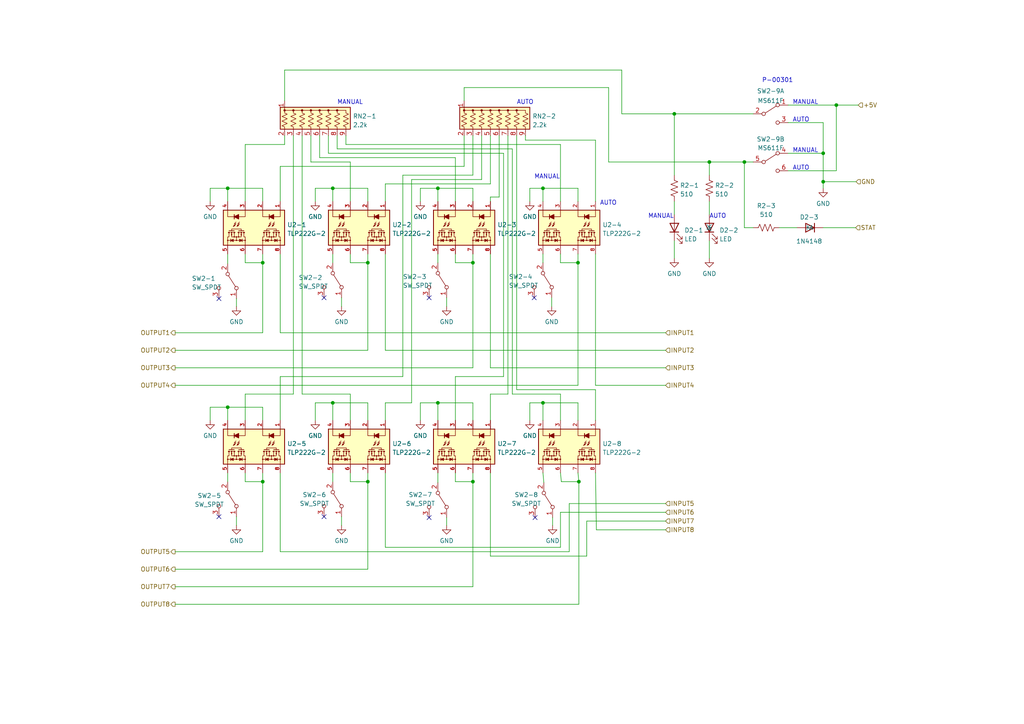
<source format=kicad_sch>
(kicad_sch (version 20230121) (generator eeschema)
  (paper "A4")
  (title_block (title "Relay Control AUTO/MANUAL") (date "2022-07-08") (rev "1.00"))
  (lib_symbols
    (symbol "Akizuki:TLP222G-2"
      (property "Reference" "U" (at 0 0 0))
      (property "Value" "TLP222G-2" (at 0 -2.54 0))
      (symbol "TLP222G-2_0_1"
        (rectangle (start -5.08 -5.08) (end 5.08 -22.86) (stroke (width 0.254)) (fill (type background)))
        (polyline (pts (xy -3.81 -19.685) (xy -2.54 -19.685)) (stroke (width 0.254)))
        (polyline (pts (xy -3.81 -9.525) (xy -2.54 -9.525)) (stroke (width 0.254)))
        (polyline (pts (xy 0.889 -19.685) (xy 0.889 -21.209)) (stroke (width 0.2032)))
        (polyline (pts (xy 0.889 -16.891) (xy 0.889 -18.415)) (stroke (width 0.2032)))
        (polyline (pts (xy 0.889 -9.525) (xy 0.889 -11.049)) (stroke (width 0.2032)))
        (polyline (pts (xy 0.889 -6.731) (xy 0.889 -8.255)) (stroke (width 0.2032)))
        (polyline (pts (xy 1.397 -19.558) (xy 1.397 -19.812)) (stroke (width 0.3556)))
        (polyline (pts (xy 1.397 -9.398) (xy 1.397 -9.652)) (stroke (width 0.3556)))
        (polyline (pts (xy 2.667 -19.05) (xy 3.683 -19.05)))
        (polyline (pts (xy 2.667 -8.89) (xy 3.683 -8.89)))
        (polyline (pts (xy 3.302 -20.701) (xy 4.064 -20.701)) (stroke (width 0.2032)))
        (polyline (pts (xy 3.302 -17.399) (xy 4.064 -17.399)) (stroke (width 0.2032)))
        (polyline (pts (xy 3.302 -10.541) (xy 4.064 -10.541)) (stroke (width 0.2032)))
        (polyline (pts (xy 3.302 -7.239) (xy 4.064 -7.239)) (stroke (width 0.2032)))
        (polyline (pts (xy 3.683 -19.05) (xy 3.683 -21.59)))
        (polyline (pts (xy 3.683 -19.05) (xy 3.683 -16.51)))
        (polyline (pts (xy 3.683 -8.89) (xy 3.683 -11.43)))
        (polyline (pts (xy 3.683 -8.89) (xy 3.683 -6.35)))
        (polyline (pts (xy -5.08 -16.51) (xy -3.175 -16.51) (xy -3.175 -18.415)))
        (polyline (pts (xy -5.08 -6.35) (xy -3.175 -6.35) (xy -3.175 -8.255)))
        (polyline (pts (xy -3.175 -19.685) (xy -3.175 -21.59) (xy -5.08 -21.59)))
        (polyline (pts (xy -3.175 -9.525) (xy -3.175 -11.43) (xy -5.08 -11.43)))
        (polyline (pts (xy 1.397 -21.082) (xy 1.397 -21.336) (xy 1.397 -21.336)) (stroke (width 0.3556)))
        (polyline (pts (xy 1.397 -20.32) (xy 1.397 -20.574) (xy 1.397 -20.574)) (stroke (width 0.3556)))
        (polyline (pts (xy 1.397 -18.288) (xy 1.397 -18.542) (xy 1.397 -18.542)) (stroke (width 0.3556)))
        (polyline (pts (xy 1.397 -17.526) (xy 1.397 -17.78) (xy 1.397 -17.78)) (stroke (width 0.3556)))
        (polyline (pts (xy 1.397 -16.764) (xy 1.397 -17.018) (xy 1.397 -17.018)) (stroke (width 0.3556)))
        (polyline (pts (xy 1.397 -10.922) (xy 1.397 -11.176) (xy 1.397 -11.176)) (stroke (width 0.3556)))
        (polyline (pts (xy 1.397 -10.16) (xy 1.397 -10.414) (xy 1.397 -10.414)) (stroke (width 0.3556)))
        (polyline (pts (xy 1.397 -8.128) (xy 1.397 -8.382) (xy 1.397 -8.382)) (stroke (width 0.3556)))
        (polyline (pts (xy 1.397 -7.366) (xy 1.397 -7.62) (xy 1.397 -7.62)) (stroke (width 0.3556)))
        (polyline (pts (xy 1.397 -6.604) (xy 1.397 -6.858) (xy 1.397 -6.858)) (stroke (width 0.3556)))
        (polyline (pts (xy 1.524 -20.447) (xy 2.667 -20.447) (xy 2.667 -19.685)))
        (polyline (pts (xy 1.524 -17.653) (xy 2.667 -17.653) (xy 2.667 -18.415)))
        (polyline (pts (xy 1.524 -10.287) (xy 2.667 -10.287) (xy 2.667 -9.525)))
        (polyline (pts (xy 1.524 -7.493) (xy 2.667 -7.493) (xy 2.667 -8.255)))
        (polyline (pts (xy -3.175 -19.685) (xy -3.81 -18.415) (xy -2.54 -18.415) (xy -3.175 -19.685)) (stroke (width 0.254)) (fill (type outline)))
        (polyline (pts (xy -3.175 -9.525) (xy -3.81 -8.255) (xy -2.54 -8.255) (xy -3.175 -9.525)) (stroke (width 0.254)) (fill (type outline)))
        (polyline (pts (xy -1.651 -19.177) (xy -1.1176 -19.685) (xy -1.1176 -19.177) (xy -0.3556 -19.939)))
        (polyline (pts (xy -1.651 -9.017) (xy -1.1176 -9.525) (xy -1.1176 -9.017) (xy -0.3556 -9.779)))
        (polyline (pts (xy -0.3556 -19.939) (xy -0.8636 -19.685) (xy -0.6096 -19.431) (xy -0.3556 -19.939)))
        (polyline (pts (xy -0.3556 -9.779) (xy -0.8636 -9.525) (xy -0.6096 -9.271) (xy -0.3556 -9.779)))
        (polyline (pts (xy 0.889 -20.447) (xy 0.381 -20.447) (xy 0.381 -17.653) (xy 0.889 -17.653)))
        (polyline (pts (xy 0.889 -10.287) (xy 0.381 -10.287) (xy 0.381 -7.493) (xy 0.889 -7.493)))
        (polyline (pts (xy 1.524 -21.209) (xy 2.667 -21.209) (xy 2.667 -21.59) (xy 4.953 -21.59)))
        (polyline (pts (xy 1.524 -19.685) (xy 2.667 -19.685) (xy 2.667 -18.415) (xy 1.524 -18.415)))
        (polyline (pts (xy 1.524 -16.891) (xy 2.667 -16.891) (xy 2.667 -16.51) (xy 4.953 -16.51)))
        (polyline (pts (xy 1.524 -11.049) (xy 2.667 -11.049) (xy 2.667 -11.43) (xy 4.953 -11.43)))
        (polyline (pts (xy 1.524 -9.525) (xy 2.667 -9.525) (xy 2.667 -8.255) (xy 1.524 -8.255)))
        (polyline (pts (xy 1.524 -6.731) (xy 2.667 -6.731) (xy 2.667 -6.35) (xy 4.953 -6.35)))
        (polyline (pts (xy 1.651 -20.447) (xy 2.159 -20.32) (xy 2.159 -20.574) (xy 1.651 -20.447)))
        (polyline (pts (xy 1.651 -17.653) (xy 2.159 -17.526) (xy 2.159 -17.78) (xy 1.651 -17.653)))
        (polyline (pts (xy 1.651 -10.287) (xy 2.159 -10.16) (xy 2.159 -10.414) (xy 1.651 -10.287)))
        (polyline (pts (xy 1.651 -7.493) (xy 2.159 -7.366) (xy 2.159 -7.62) (xy 1.651 -7.493)))
        (polyline (pts (xy 3.683 -20.701) (xy 3.302 -19.939) (xy 4.064 -19.939) (xy 3.683 -20.701)) (fill (type outline)))
        (polyline (pts (xy 3.683 -17.399) (xy 3.302 -18.161) (xy 4.064 -18.161) (xy 3.683 -17.399)) (fill (type outline)))
        (polyline (pts (xy 3.683 -10.541) (xy 3.302 -9.779) (xy 4.064 -9.779) (xy 3.683 -10.541)) (fill (type outline)))
        (polyline (pts (xy 3.683 -7.239) (xy 3.302 -8.001) (xy 4.064 -8.001) (xy 3.683 -7.239)) (fill (type outline)))
        (polyline (pts (xy -1.651 -18.161) (xy -1.1176 -18.669) (xy -1.1176 -18.161) (xy -0.3556 -18.923) (xy -0.8636 -18.669) (xy -0.6096 -18.415) (xy -0.3556 -18.923)))
        (polyline (pts (xy -1.651 -8.001) (xy -1.1176 -8.509) (xy -1.1176 -8.001) (xy -0.3556 -8.763) (xy -0.8636 -8.509) (xy -0.6096 -8.255) (xy -0.3556 -8.763)))
        (circle (center 2.667 -19.685) (radius 0.127))
        (circle (center 2.667 -19.05) (radius 0.127))
        (circle (center 2.667 -18.415) (radius 0.127))
        (circle (center 2.667 -9.525) (radius 0.127))
        (circle (center 2.667 -8.89) (radius 0.127))
        (circle (center 2.667 -8.255) (radius 0.127))
        (circle (center 3.683 -21.59) (radius 0.127))
        (circle (center 3.683 -19.05) (radius 0.127))
        (circle (center 3.683 -16.51) (radius 0.127))
        (circle (center 3.683 -11.43) (radius 0.127))
        (circle (center 3.683 -8.89) (radius 0.127))
        (circle (center 3.683 -6.35) (radius 0.127))
      )
      (symbol "TLP222G-2_1_1"
        (pin passive line (at -7.62 -6.35 0) (length 2.54) (name "~") (number "1"))
        (pin passive line (at -7.62 -11.43 0) (length 2.54) (name "~") (number "2"))
        (pin passive line (at -7.62 -16.51 0) (length 2.54) (name "~") (number "3"))
        (pin passive line (at -7.62 -21.59 0) (length 2.54) (name "~") (number "4"))
        (pin passive line (at 7.62 -21.59 180) (length 2.54) (name "~") (number "5"))
        (pin passive line (at 7.62 -16.51 180) (length 2.54) (name "~") (number "6"))
        (pin passive line (at 7.62 -11.43 180) (length 2.54) (name "~") (number "7"))
        (pin passive line (at 7.62 -6.35 180) (length 2.54) (name "~") (number "8"))
      )
    )
    (symbol "Device:LED" (pin_numbers hide) (pin_names (offset 1.016) hide)
      (property "Reference" "D" (at 0 2.54 0))
      (property "Value" "LED" (at 0 -2.54 0))
      (symbol "LED_0_1"
        (polyline (pts (xy -1.27 -1.27) (xy -1.27 1.27)) (stroke (width 0.254)))
        (polyline (pts (xy -1.27 0) (xy 1.27 0)))
        (polyline (pts (xy 1.27 -1.27) (xy 1.27 1.27) (xy -1.27 0) (xy 1.27 -1.27)) (stroke (width 0.254)))
        (polyline (pts (xy -3.048 -0.762) (xy -4.572 -2.286) (xy -3.81 -2.286) (xy -4.572 -2.286) (xy -4.572 -1.524)))
        (polyline (pts (xy -1.778 -0.762) (xy -3.302 -2.286) (xy -2.54 -2.286) (xy -3.302 -2.286) (xy -3.302 -1.524)))
      )
      (symbol "LED_1_1"
        (pin passive line (at -3.81 0 0) (length 2.54) (name "K") (number "1"))
        (pin passive line (at 3.81 0 180) (length 2.54) (name "A") (number "2"))
      )
    )
    (symbol "Device:R_Network08_US" (pin_names (offset 0) hide)
      (property "Reference" "RN" (at -12.7 0 90))
      (property "Value" "R_Network08_US" (at 10.16 0 90))
      (symbol "R_Network08_US_0_1"
        (rectangle (start -11.43 -3.175) (end 8.89 3.175) (stroke (width 0.254)) (fill (type background)))
        (circle (center -10.16 2.286) (radius 0.254) (fill (type outline)))
        (circle (center -7.62 2.286) (radius 0.254) (fill (type outline)))
        (circle (center -5.08 2.286) (radius 0.254) (fill (type outline)))
        (circle (center -2.54 2.286) (radius 0.254) (fill (type outline)))
        (polyline (pts (xy -10.16 2.286) (xy 7.62 2.286)))
        (polyline (pts (xy -10.16 2.286) (xy -10.16 1.524) (xy -9.398 1.1684) (xy -10.922 0.508) (xy -9.398 -0.1524) (xy -10.922 -0.8382) (xy -9.398 -1.524) (xy -10.922 -2.1844) (xy -10.16 -2.54) (xy -10.16 -3.81)))
        (polyline (pts (xy -7.62 2.286) (xy -7.62 1.524) (xy -6.858 1.1684) (xy -8.382 0.508) (xy -6.858 -0.1524) (xy -8.382 -0.8382) (xy -6.858 -1.524) (xy -8.382 -2.1844) (xy -7.62 -2.54) (xy -7.62 -3.81)))
        (polyline (pts (xy -5.08 2.286) (xy -5.08 1.524) (xy -4.318 1.1684) (xy -5.842 0.508) (xy -4.318 -0.1524) (xy -5.842 -0.8382) (xy -4.318 -1.524) (xy -5.842 -2.1844) (xy -5.08 -2.54) (xy -5.08 -3.81)))
        (polyline (pts (xy -2.54 2.286) (xy -2.54 1.524) (xy -1.778 1.1684) (xy -3.302 0.508) (xy -1.778 -0.1524) (xy -3.302 -0.8382) (xy -1.778 -1.524) (xy -3.302 -2.1844) (xy -2.54 -2.54) (xy -2.54 -3.81)))
        (polyline (pts (xy 0 2.286) (xy 0 1.524) (xy 0.762 1.1684) (xy -0.762 0.508) (xy 0.762 -0.1524) (xy -0.762 -0.8382) (xy 0.762 -1.524) (xy -0.762 -2.1844) (xy 0 -2.54) (xy 0 -3.81)))
        (polyline (pts (xy 2.54 2.286) (xy 2.54 1.524) (xy 3.302 1.1684) (xy 1.778 0.508) (xy 3.302 -0.1524) (xy 1.778 -0.8382) (xy 3.302 -1.524) (xy 1.778 -2.1844) (xy 2.54 -2.54) (xy 2.54 -3.81)))
        (polyline (pts (xy 5.08 2.286) (xy 5.08 1.524) (xy 5.842 1.1684) (xy 4.318 0.508) (xy 5.842 -0.1524) (xy 4.318 -0.8382) (xy 5.842 -1.524) (xy 4.318 -2.1844) (xy 5.08 -2.54) (xy 5.08 -3.81)))
        (polyline (pts (xy 7.62 2.286) (xy 7.62 1.524) (xy 8.382 1.1684) (xy 6.858 0.508) (xy 8.382 -0.1524) (xy 6.858 -0.8382) (xy 8.382 -1.524) (xy 6.858 -2.1844) (xy 7.62 -2.54) (xy 7.62 -3.81)))
        (circle (center 0 2.286) (radius 0.254) (fill (type outline)))
        (circle (center 2.54 2.286) (radius 0.254) (fill (type outline)))
        (circle (center 5.08 2.286) (radius 0.254) (fill (type outline)))
      )
      (symbol "R_Network08_US_1_1"
        (pin passive line (at -10.16 5.08 270) (length 2.54) (name "common") (number "1"))
        (pin passive line (at -10.16 -5.08 90) (length 1.27) (name "R1") (number "2"))
        (pin passive line (at -7.62 -5.08 90) (length 1.27) (name "R2") (number "3"))
        (pin passive line (at -5.08 -5.08 90) (length 1.27) (name "R3") (number "4"))
        (pin passive line (at -2.54 -5.08 90) (length 1.27) (name "R4") (number "5"))
        (pin passive line (at 0 -5.08 90) (length 1.27) (name "R5") (number "6"))
        (pin passive line (at 2.54 -5.08 90) (length 1.27) (name "R6") (number "7"))
        (pin passive line (at 5.08 -5.08 90) (length 1.27) (name "R7") (number "8"))
        (pin passive line (at 7.62 -5.08 90) (length 1.27) (name "R8") (number "9"))
      )
    )
    (symbol "Device:R_US" (pin_numbers hide) (pin_names (offset 0))
      (property "Reference" "R" (at 2.54 0 90))
      (property "Value" "R_US" (at -2.54 0 90))
      (symbol "R_US_0_1"
        (polyline (pts (xy 0 -2.286) (xy 0 -2.54)))
        (polyline (pts (xy 0 2.286) (xy 0 2.54)))
        (polyline (pts (xy 0 -0.762) (xy 1.016 -1.143) (xy 0 -1.524) (xy -1.016 -1.905) (xy 0 -2.286)))
        (polyline (pts (xy 0 0.762) (xy 1.016 0.381) (xy 0 0) (xy -1.016 -0.381) (xy 0 -0.762)))
        (polyline (pts (xy 0 2.286) (xy 1.016 1.905) (xy 0 1.524) (xy -1.016 1.143) (xy 0 0.762)))
      )
      (symbol "R_US_1_1"
        (pin passive line (at 0 3.81 270) (length 1.27) (name "~") (number "1"))
        (pin passive line (at 0 -3.81 90) (length 1.27) (name "~") (number "2"))
      )
    )
    (symbol "Diode:1N4148" (pin_numbers hide) (pin_names (offset 1.016))
      (property "Reference" "D" (at 0 2.54 0))
      (property "Value" "1N4148" (at 0 -2.54 0))
      (symbol "1N4148_0_1"
        (polyline (pts (xy -1.27 1.27) (xy -1.27 -1.27)) (stroke (width 0.254)))
        (polyline (pts (xy 1.27 0) (xy -1.27 0)))
        (polyline (pts (xy 1.27 1.27) (xy 1.27 -1.27) (xy -1.27 0) (xy 1.27 1.27)) (stroke (width 0.254)))
      )
      (symbol "1N4148_1_1"
        (pin passive line (at -3.81 0 0) (length 2.54) (name "K") (number "1"))
        (pin passive line (at 3.81 0 180) (length 2.54) (name "A") (number "2"))
      )
    )
    (symbol "LED_1" (pin_numbers hide) (pin_names (offset 1.016))
      (property "Reference" "D" (at 0 2.54 0))
      (property "Value" "LED_1" (at 0 -2.54 0))
      (symbol "LED_1_0_1"
        (polyline (pts (xy -1.27 -1.27) (xy -1.27 1.27)) (stroke (width 0.254)))
        (polyline (pts (xy -1.27 0) (xy 1.27 0)))
        (polyline (pts (xy 1.27 -1.27) (xy 1.27 1.27) (xy -1.27 0) (xy 1.27 -1.27)) (stroke (width 0.254)))
        (polyline (pts (xy -3.048 -0.762) (xy -4.572 -2.286) (xy -3.81 -2.286) (xy -4.572 -2.286) (xy -4.572 -1.524)))
        (polyline (pts (xy -1.778 -0.762) (xy -3.302 -2.286) (xy -2.54 -2.286) (xy -3.302 -2.286) (xy -3.302 -1.524)))
      )
      (symbol "LED_1_1_1"
        (pin passive line (at -3.81 0 0) (length 2.54) (name "K") (number "1"))
        (pin passive line (at 3.81 0 180) (length 2.54) (name "A") (number "2"))
      )
    )
    (symbol "Switch:SW_DPDT_x2" (pin_names (offset 0) hide)
      (property "Reference" "SW" (at 0 4.318 0))
      (property "Value" "SW_DPDT_x2" (at 0 -5.08 0))
      (symbol "SW_DPDT_x2_0_0"
        (circle (center -2.032 0) (radius 0.508))
        (circle (center 2.032 -2.54) (radius 0.508))
      )
      (symbol "SW_DPDT_x2_0_1"
        (polyline (pts (xy -1.524 0.254) (xy 1.651 2.286)))
        (circle (center 2.032 2.54) (radius 0.508))
      )
      (symbol "SW_DPDT_x2_1_1"
        (pin passive line (at 5.08 2.54 180) (length 2.54) (name "A") (number "1"))
        (pin passive line (at -5.08 0 0) (length 2.54) (name "B") (number "2"))
        (pin passive line (at 5.08 -2.54 180) (length 2.54) (name "C") (number "3"))
      )
      (symbol "SW_DPDT_x2_2_1"
        (pin passive line (at 5.08 2.54 180) (length 2.54) (name "A") (number "4"))
        (pin passive line (at -5.08 0 0) (length 2.54) (name "B") (number "5"))
        (pin passive line (at 5.08 -2.54 180) (length 2.54) (name "C") (number "6"))
      )
    )
    (symbol "Switch:SW_SPDT" (pin_names (offset 0) hide)
      (property "Reference" "SW" (at 0 4.318 0))
      (property "Value" "SW_SPDT" (at 0 -5.08 0))
      (symbol "SW_SPDT_0_0"
        (circle (center -2.032 0) (radius 0.508))
        (circle (center 2.032 -2.54) (radius 0.508))
      )
      (symbol "SW_SPDT_0_1"
        (polyline (pts (xy -1.524 0.254) (xy 1.651 2.286)))
        (circle (center 2.032 2.54) (radius 0.508))
      )
      (symbol "SW_SPDT_1_1"
        (pin passive line (at 5.08 2.54 180) (length 2.54) (name "A") (number "1"))
        (pin passive line (at -5.08 0 0) (length 2.54) (name "B") (number "2"))
        (pin passive line (at 5.08 -2.54 180) (length 2.54) (name "C") (number "3"))
      )
    )
    (symbol "power:GND" (power) (pin_names (offset 0))
      (property "Value" "GND" (at 0 -3.81 0))
      (symbol "GND_0_1"
        (polyline (pts (xy 0 0) (xy 0 -1.27) (xy 1.27 -1.27) (xy 0 -2.54) (xy -1.27 -1.27) (xy 0 -1.27)))
      )
      (symbol "GND_1_1"
        (pin power_in line (at 0 0 270) (length 0) hide (name "GND") (number "1"))
      )
    )
  )
  (junction (at 195.58 33.02))
  (junction (at 96.52 54.61))
  (junction (at 167.894 139.7))
  (junction (at 157.48 54.61))
  (junction (at 238.76 52.705))
  (junction (at 66.04 54.61))
  (junction (at 76.2 139.7))
  (junction (at 157.48 116.84))
  (junction (at 137.16 76.2))
  (junction (at 106.68 76.2))
  (junction (at 205.74 46.99))
  (junction (at 167.64 76.2))
  (junction (at 66.04 118.11))
  (junction (at 238.76 44.45))
  (junction (at 137.16 139.7))
  (junction (at 76.2 76.2))
  (junction (at 127 54.61))
  (junction (at 106.68 139.7))
  (junction (at 242.57 30.48))
  (junction (at 127 116.84))
  (junction (at 215.9 46.99))
  (junction (at 96.52 116.84))
  (no_connect (at 63.5 86.614))
  (no_connect (at 124.46 150.114))
  (no_connect (at 155.194 150.114))
  (no_connect (at 93.98 149.86))
  (no_connect (at 93.98 86.36))
  (no_connect (at 154.94 86.36))
  (no_connect (at 124.46 86.36))
  (no_connect (at 63.5 149.86))
  (wire (pts (xy 121.92 58.42) (xy 121.92 54.61)))
  (wire (pts (xy 121.92 54.61) (xy 127 54.61)))
  (wire (pts (xy 170.18 161.29) (xy 142.24 161.29)))
  (wire (pts (xy 50.8 106.68) (xy 137.16 106.68)))
  (wire (pts (xy 68.58 86.614) (xy 68.58 88.9)))
  (wire (pts (xy 81.28 109.22) (xy 81.28 121.92)))
  (wire (pts (xy 167.64 73.66) (xy 167.64 76.2)))
  (wire (pts (xy 172.72 111.76) (xy 193.04 111.76)))
  (wire (pts (xy 137.16 54.61) (xy 137.16 58.42)))
  (wire (pts (xy 127 116.84) (xy 137.16 116.84)))
  (wire (pts (xy 50.8 165.1) (xy 106.68 165.1)))
  (wire (pts (xy 92.71 39.37) (xy 92.71 45.72)))
  (wire (pts (xy 76.2 96.52) (xy 76.2 76.2)))
  (wire (pts (xy 162.814 139.7) (xy 167.894 139.7)))
  (wire (pts (xy 50.8 101.6) (xy 106.68 101.6)))
  (wire (pts (xy 162.56 158.75) (xy 111.76 158.75)))
  (wire (pts (xy 134.62 39.37) (xy 134.62 48.26)))
  (wire (pts (xy 50.8 111.76) (xy 167.64 111.76)))
  (wire (pts (xy 85.09 114.3) (xy 71.12 114.3)))
  (wire (pts (xy 66.04 137.16) (xy 66.04 139.7)))
  (wire (pts (xy 153.67 116.84) (xy 157.48 116.84)))
  (wire (pts (xy 153.67 54.61) (xy 157.48 54.61)))
  (wire (pts (xy 165.1 160.02) (xy 81.28 160.02)))
  (wire (pts (xy 97.79 39.37) (xy 97.79 43.18)))
  (wire (pts (xy 90.17 39.37) (xy 90.17 46.99)))
  (wire (pts (xy 238.76 66.04) (xy 248.158 66.04)))
  (wire (pts (xy 146.05 109.22) (xy 132.08 109.22)))
  (wire (pts (xy 162.56 76.2) (xy 167.64 76.2)))
  (wire (pts (xy 238.76 35.56) (xy 238.76 44.45)))
  (wire (pts (xy 101.6 114.3) (xy 101.6 121.92)))
  (wire (pts (xy 91.44 121.92) (xy 91.44 116.84)))
  (wire (pts (xy 91.44 116.84) (xy 96.52 116.84)))
  (wire (pts (xy 71.12 41.91) (xy 71.12 58.42)))
  (wire (pts (xy 100.33 41.91) (xy 162.56 41.91)))
  (wire (pts (xy 162.56 41.91) (xy 162.56 58.42)))
  (wire (pts (xy 218.44 33.02) (xy 195.58 33.02)))
  (wire (pts (xy 180.34 33.02) (xy 180.34 20.32)))
  (wire (pts (xy 76.2 139.7) (xy 76.2 137.16)))
  (wire (pts (xy 119.38 116.84) (xy 111.76 116.84)))
  (wire (pts (xy 101.6 73.66) (xy 101.6 76.2)))
  (wire (pts (xy 132.08 139.7) (xy 137.16 139.7)))
  (wire (pts (xy 50.8 96.52) (xy 76.2 96.52)))
  (wire (pts (xy 60.96 118.11) (xy 66.04 118.11)))
  (wire (pts (xy 60.96 58.42) (xy 60.96 54.61)))
  (wire (pts (xy 176.53 46.99) (xy 176.53 25.4)))
  (wire (pts (xy 132.08 45.72) (xy 132.08 58.42)))
  (wire (pts (xy 193.04 148.59) (xy 162.56 148.59)))
  (wire (pts (xy 139.7 39.37) (xy 139.7 52.07)))
  (wire (pts (xy 99.06 86.36) (xy 99.06 88.9)))
  (wire (pts (xy 71.12 139.7) (xy 76.2 139.7)))
  (wire (pts (xy 238.76 52.705) (xy 248.285 52.705)))
  (wire (pts (xy 82.55 39.37) (xy 82.55 41.91)))
  (wire (pts (xy 205.74 46.99) (xy 176.53 46.99)))
  (wire (pts (xy 242.57 30.48) (xy 248.92 30.48)))
  (wire (pts (xy 66.04 118.11) (xy 66.04 121.92)))
  (wire (pts (xy 127 116.84) (xy 127 121.92)))
  (wire (pts (xy 68.58 149.86) (xy 68.58 152.4)))
  (wire (pts (xy 218.44 66.04) (xy 215.9 66.04)))
  (wire (pts (xy 66.04 118.11) (xy 76.2 118.11)))
  (wire (pts (xy 170.18 151.13) (xy 170.18 161.29)))
  (wire (pts (xy 132.08 109.22) (xy 132.08 121.92)))
  (wire (pts (xy 167.894 175.26) (xy 167.894 139.7)))
  (wire (pts (xy 162.56 114.3) (xy 162.56 121.92)))
  (wire (pts (xy 116.84 50.8) (xy 116.84 109.22)))
  (wire (pts (xy 215.9 46.99) (xy 205.74 46.99)))
  (wire (pts (xy 95.25 44.45) (xy 146.05 44.45)))
  (wire (pts (xy 162.56 73.66) (xy 162.56 76.2)))
  (wire (pts (xy 152.4 40.64) (xy 172.72 40.64)))
  (wire (pts (xy 165.1 146.05) (xy 165.1 160.02)))
  (wire (pts (xy 71.12 73.66) (xy 71.12 76.2)))
  (wire (pts (xy 71.12 114.3) (xy 71.12 121.92)))
  (wire (pts (xy 139.7 52.07) (xy 119.38 52.07)))
  (wire (pts (xy 132.08 76.2) (xy 137.16 76.2)))
  (wire (pts (xy 176.53 25.4) (xy 134.62 25.4)))
  (wire (pts (xy 76.2 73.66) (xy 76.2 76.2)))
  (wire (pts (xy 242.57 49.53) (xy 242.57 30.48)))
  (wire (pts (xy 87.63 114.3) (xy 101.6 114.3)))
  (wire (pts (xy 96.52 54.61) (xy 106.68 54.61)))
  (wire (pts (xy 162.56 137.16) (xy 162.814 139.7)))
  (wire (pts (xy 205.74 46.99) (xy 205.74 50.8)))
  (wire (pts (xy 137.16 116.84) (xy 137.16 121.92)))
  (wire (pts (xy 144.78 57.15) (xy 142.24 57.15)))
  (wire (pts (xy 66.04 73.66) (xy 66.04 76.454)))
  (wire (pts (xy 238.76 52.705) (xy 238.76 54.61)))
  (wire (pts (xy 95.25 39.37) (xy 95.25 44.45)))
  (wire (pts (xy 142.24 53.34) (xy 111.76 53.34)))
  (wire (pts (xy 111.76 116.84) (xy 111.76 121.92)))
  (wire (pts (xy 121.92 121.92) (xy 121.92 116.84)))
  (wire (pts (xy 180.34 20.32) (xy 82.55 20.32)))
  (wire (pts (xy 129.54 86.36) (xy 129.54 88.9)))
  (wire (pts (xy 137.16 39.37) (xy 137.16 50.8)))
  (wire (pts (xy 71.12 137.16) (xy 71.12 139.7)))
  (wire (pts (xy 106.68 101.6) (xy 106.68 76.2)))
  (wire (pts (xy 96.52 116.84) (xy 106.68 116.84)))
  (wire (pts (xy 127 73.66) (xy 127 76.2)))
  (wire (pts (xy 147.32 114.3) (xy 142.24 114.3)))
  (wire (pts (xy 66.04 54.61) (xy 66.04 58.42)))
  (wire (pts (xy 81.28 73.66) (xy 81.28 96.52)))
  (wire (pts (xy 148.59 114.3) (xy 162.56 114.3)))
  (wire (pts (xy 50.8 170.18) (xy 137.16 170.18)))
  (wire (pts (xy 157.48 54.61) (xy 157.48 58.42)))
  (wire (pts (xy 90.17 46.99) (xy 101.6 46.99)))
  (wire (pts (xy 157.48 116.84) (xy 167.64 116.84)))
  (wire (pts (xy 127 54.61) (xy 127 58.42)))
  (wire (pts (xy 121.92 116.84) (xy 127 116.84)))
  (wire (pts (xy 106.68 116.84) (xy 106.68 121.92)))
  (wire (pts (xy 238.76 44.45) (xy 238.76 52.705)))
  (wire (pts (xy 81.28 160.02) (xy 81.28 137.16)))
  (wire (pts (xy 96.52 137.16) (xy 96.52 139.7)))
  (wire (pts (xy 91.44 54.61) (xy 96.52 54.61)))
  (wire (pts (xy 106.68 76.2) (xy 106.68 73.66)))
  (wire (pts (xy 228.6 44.45) (xy 238.76 44.45)))
  (wire (pts (xy 172.72 40.64) (xy 172.72 58.42)))
  (wire (pts (xy 193.04 151.13) (xy 170.18 151.13)))
  (wire (pts (xy 127 137.16) (xy 127 139.954)))
  (wire (pts (xy 157.48 54.61) (xy 167.64 54.61)))
  (wire (pts (xy 50.8 175.26) (xy 167.894 175.26)))
  (wire (pts (xy 87.63 39.37) (xy 87.63 114.3)))
  (wire (pts (xy 134.62 48.26) (xy 81.28 48.26)))
  (wire (pts (xy 96.52 116.84) (xy 96.52 121.92)))
  (wire (pts (xy 148.59 43.18) (xy 148.59 114.3)))
  (wire (pts (xy 111.76 73.66) (xy 111.76 101.6)))
  (wire (pts (xy 85.09 39.37) (xy 85.09 114.3)))
  (wire (pts (xy 172.72 73.66) (xy 172.72 111.76)))
  (wire (pts (xy 215.9 66.04) (xy 215.9 46.99)))
  (wire (pts (xy 144.78 39.37) (xy 144.78 57.15)))
  (wire (pts (xy 142.24 161.29) (xy 142.24 137.16)))
  (wire (pts (xy 81.28 48.26) (xy 81.28 58.42)))
  (wire (pts (xy 106.68 54.61) (xy 106.68 58.42)))
  (wire (pts (xy 100.33 39.37) (xy 100.33 41.91)))
  (wire (pts (xy 66.04 54.61) (xy 76.2 54.61)))
  (wire (pts (xy 96.52 54.61) (xy 96.52 58.42)))
  (wire (pts (xy 99.06 149.86) (xy 99.06 152.4)))
  (wire (pts (xy 76.2 118.11) (xy 76.2 121.92)))
  (wire (pts (xy 137.16 106.68) (xy 137.16 76.2)))
  (wire (pts (xy 193.04 146.05) (xy 165.1 146.05)))
  (wire (pts (xy 153.67 58.42) (xy 153.67 54.61)))
  (wire (pts (xy 142.24 114.3) (xy 142.24 121.92)))
  (wire (pts (xy 172.974 153.67) (xy 193.04 153.67)))
  (wire (pts (xy 101.6 76.2) (xy 106.68 76.2)))
  (wire (pts (xy 226.06 66.04) (xy 231.14 66.04)))
  (wire (pts (xy 167.894 139.7) (xy 167.64 137.16)))
  (wire (pts (xy 228.6 30.48) (xy 242.57 30.48)))
  (wire (pts (xy 91.44 58.42) (xy 91.44 54.61)))
  (wire (pts (xy 142.24 57.15) (xy 142.24 58.42)))
  (wire (pts (xy 157.48 137.16) (xy 157.734 139.954)))
  (wire (pts (xy 137.16 50.8) (xy 116.84 50.8)))
  (wire (pts (xy 137.16 137.16) (xy 137.16 139.7)))
  (wire (pts (xy 119.38 52.07) (xy 119.38 116.84)))
  (wire (pts (xy 92.71 45.72) (xy 132.08 45.72)))
  (wire (pts (xy 228.6 35.56) (xy 238.76 35.56)))
  (wire (pts (xy 76.2 160.02) (xy 76.2 139.7)))
  (wire (pts (xy 205.74 69.85) (xy 205.74 74.93)))
  (wire (pts (xy 97.79 43.18) (xy 148.59 43.18)))
  (wire (pts (xy 146.05 44.45) (xy 146.05 109.22)))
  (wire (pts (xy 101.6 139.7) (xy 106.68 139.7)))
  (wire (pts (xy 81.28 96.52) (xy 193.04 96.52)))
  (wire (pts (xy 111.76 158.75) (xy 111.76 137.16)))
  (wire (pts (xy 149.86 113.03) (xy 172.72 113.03)))
  (wire (pts (xy 101.6 46.99) (xy 101.6 58.42)))
  (wire (pts (xy 228.6 49.53) (xy 242.57 49.53)))
  (wire (pts (xy 195.58 69.85) (xy 195.58 74.93)))
  (wire (pts (xy 167.64 116.84) (xy 167.64 121.92)))
  (wire (pts (xy 142.24 73.66) (xy 142.24 106.68)))
  (wire (pts (xy 195.58 58.42) (xy 195.58 62.23)))
  (wire (pts (xy 205.74 58.42) (xy 205.74 62.23)))
  (wire (pts (xy 157.48 73.66) (xy 157.48 76.2)))
  (wire (pts (xy 111.76 101.6) (xy 193.04 101.6)))
  (wire (pts (xy 172.72 113.03) (xy 172.72 121.92)))
  (wire (pts (xy 60.96 54.61) (xy 66.04 54.61)))
  (wire (pts (xy 167.64 54.61) (xy 167.64 58.42)))
  (wire (pts (xy 137.16 170.18) (xy 137.16 139.7)))
  (wire (pts (xy 142.24 106.68) (xy 193.04 106.68)))
  (wire (pts (xy 160.02 86.36) (xy 160.02 88.9)))
  (wire (pts (xy 71.12 76.2) (xy 76.2 76.2)))
  (wire (pts (xy 172.72 137.16) (xy 172.974 153.67)))
  (wire (pts (xy 152.4 39.37) (xy 152.4 40.64)))
  (wire (pts (xy 153.67 121.92) (xy 153.67 116.84)))
  (wire (pts (xy 129.54 150.114) (xy 129.54 152.4)))
  (wire (pts (xy 142.24 39.37) (xy 142.24 53.34)))
  (wire (pts (xy 76.2 54.61) (xy 76.2 58.42)))
  (wire (pts (xy 162.56 148.59) (xy 162.56 158.75)))
  (wire (pts (xy 106.68 139.7) (xy 106.68 137.16)))
  (wire (pts (xy 132.08 73.66) (xy 132.08 76.2)))
  (wire (pts (xy 195.58 33.02) (xy 195.58 50.8)))
  (wire (pts (xy 96.52 73.66) (xy 96.52 76.2)))
  (wire (pts (xy 134.62 25.4) (xy 134.62 29.21)))
  (wire (pts (xy 111.76 53.34) (xy 111.76 58.42)))
  (wire (pts (xy 147.32 39.37) (xy 147.32 114.3)))
  (wire (pts (xy 157.48 116.84) (xy 157.48 121.92)))
  (wire (pts (xy 50.8 160.02) (xy 76.2 160.02)))
  (wire (pts (xy 82.55 20.32) (xy 82.55 29.21)))
  (wire (pts (xy 137.16 76.2) (xy 137.16 73.66)))
  (wire (pts (xy 106.68 165.1) (xy 106.68 139.7)))
  (wire (pts (xy 167.64 76.2) (xy 167.64 111.76)))
  (wire (pts (xy 60.96 121.92) (xy 60.96 118.11)))
  (wire (pts (xy 218.44 46.99) (xy 215.9 46.99)))
  (wire (pts (xy 101.6 137.16) (xy 101.6 139.7)))
  (wire (pts (xy 195.58 33.02) (xy 180.34 33.02)))
  (wire (pts (xy 116.84 109.22) (xy 81.28 109.22)))
  (wire (pts (xy 160.274 150.114) (xy 160.274 152.4)))
  (wire (pts (xy 149.86 39.37) (xy 149.86 113.03)))
  (wire (pts (xy 127 54.61) (xy 137.16 54.61)))
  (wire (pts (xy 82.55 41.91) (xy 71.12 41.91)))
  (wire (pts (xy 132.08 137.16) (xy 132.08 139.7)))
  (text "AUTO" (at 205.74 63.5 0) (effects (font (size 1.27 1.27)) (justify left bottom)))
  (text "MANUAL" (at 97.79 30.48 0) (effects (font (size 1.27 1.27)) (justify left bottom)))
  (text "AUTO" (at 229.87 35.56 0) (effects (font (size 1.27 1.27)) (justify left bottom)))
  (text "MANUAL" (at 229.87 30.48 0) (effects (font (size 1.27 1.27)) (justify left bottom)))
  (text "MANUAL" (at 154.94 52.07 0) (effects (font (size 1.27 1.27)) (justify left bottom)))
  (text "MANUAL" (at 229.87 44.45 0) (effects (font (size 1.27 1.27)) (justify left bottom)))
  (text "AUTO" (at 173.99 59.69 0) (effects (font (size 1.27 1.27)) (justify left bottom)))
  (text "AUTO" (at 149.86 30.48 0) (effects (font (size 1.27 1.27)) (justify left bottom)))
  (text "P-00301" (at 220.98 24.13 0) (effects (font (size 1.27 1.27)) (justify left bottom)))
  (text "MANUAL" (at 187.96 63.5 0) (effects (font (size 1.27 1.27)) (justify left bottom)))
  (text "AUTO" (at 229.87 49.53 0) (effects (font (size 1.27 1.27)) (justify left bottom)))
  (hierarchical_label "INPUT6" (shape input) (at 193.04 148.59 0))
  (hierarchical_label "INPUT4" (shape input) (at 193.04 111.76 0))
  (hierarchical_label "INPUT7" (shape input) (at 193.04 151.13 0))
  (hierarchical_label "OUTPUT1" (shape output) (at 50.8 96.52 180))
  (hierarchical_label "OUTPUT3" (shape output) (at 50.8 106.68 180))
  (hierarchical_label "INPUT1" (shape input) (at 193.04 96.52 0))
  (hierarchical_label "GND" (shape input) (at 248.285 52.705 0))
  (hierarchical_label "OUTPUT4" (shape output) (at 50.8 111.76 180))
  (hierarchical_label "+5V" (shape input) (at 248.92 30.48 0))
  (hierarchical_label "INPUT2" (shape input) (at 193.04 101.6 0))
  (hierarchical_label "OUTPUT7" (shape output) (at 50.8 170.18 180))
  (hierarchical_label "INPUT3" (shape input) (at 193.04 106.68 0))
  (hierarchical_label "OUTPUT6" (shape output) (at 50.8 165.1 180))
  (hierarchical_label "STAT" (shape input) (at 248.158 66.04 0))
  (hierarchical_label "OUTPUT2" (shape output) (at 50.8 101.6 180))
  (hierarchical_label "INPUT5" (shape input) (at 193.04 146.05 0))
  (hierarchical_label "OUTPUT5" (shape output) (at 50.8 160.02 180))
  (hierarchical_label "INPUT8" (shape input) (at 193.04 153.67 0))
  (hierarchical_label "OUTPUT8" (shape output) (at 50.8 175.26 180))
  (symbol (lib_id "Device:R_Network08_US") (at 92.71 34.29 0) (unit 1)
    (property "Reference" "RN2-1" (at 102.362 33.7093 0) (effects (justify left)))
    (property "Value" "2.2k" (at 102.362 36.2462 0) (effects (justify left)))
    (property "Footprint" "Resistor_THT:R_Array_SIP9" (effects hide))
    (property "Datasheet" "http://www.vishay.com/docs/31509/csc.pdf" (effects hide))
  )
  (symbol (lib_id "Switch:SW_SPDT") (at 96.52 144.78 270) (unit 1)
    (property "Reference" "SW2-6" (at 91.186 143.5131 90))
    (property "Value" "SW_SPDT" (at 91.186 146.05 90))
    (property "Footprint" "Akizuki:2MS1T1B4M2QES" (effects hide))
  )
  (symbol (lib_id "power:GND") (at 68.58 88.9 0) (unit 1)
    (property "Reference" "#PWR0147" (effects hide))
    (property "Value" "GND" (at 68.58 93.3434 0))
  )
  (symbol (lib_id "power:GND") (at 60.96 121.92 0) (unit 1)
    (property "Reference" "#PWR0157" (effects hide))
    (property "Value" "GND" (at 60.96 126.3634 0))
  )
  (symbol (lib_name "LED_1") (lib_id "Device:LED") (at 205.74 66.04 90) (unit 1)
    (property "Reference" "D2-2" (at 208.661 66.7928 90) (effects (justify right)))
    (property "Value" "LED" (at 208.661 69.3297 90) (effects (justify right)))
    (property "Footprint" "LED_THT:LED_D3.0mm" (effects hide))
  )
  (symbol (lib_id "Device:R_US") (at 205.74 54.61 0) (unit 1)
    (property "Reference" "R2-2" (at 207.391 53.7753 0) (effects (justify left)))
    (property "Value" "510" (at 207.391 56.3122 0) (effects (justify left)))
    (property "Footprint" "Resistor_THT:R_Axial_DIN0207_L6.3mm_D2.5mm_P7.62mm_Horizontal" (effects hide))
  )
  (symbol (lib_id "Akizuki:TLP222G-2") (at 179.07 66.04 270) (unit 1)
    (property "Reference" "U2-4" (at 174.752 65.2053 90) (effects (justify left)))
    (property "Value" "TLP222G-2" (at 174.752 67.7422 90) (effects (justify left)))
    (property "Footprint" "Akizuki:TLP222A-2" (effects hide))
  )
  (symbol (lib_id "Switch:SW_SPDT") (at 127 145.034 270) (unit 1)
    (property "Reference" "SW2-7" (at 121.92 143.51 90))
    (property "Value" "SW_SPDT" (at 121.92 146.0469 90))
    (property "Footprint" "Akizuki:2MS1T1B4M2QES" (effects hide))
  )
  (symbol (lib_id "power:GND") (at 121.92 121.92 0) (unit 1)
    (property "Reference" "#PWR0155" (effects hide))
    (property "Value" "GND" (at 121.92 126.3634 0))
  )
  (symbol (lib_id "Diode:1N4148") (at 234.95 66.04 180) (unit 1)
    (property "Reference" "D2-3" (at 234.696 62.992 0))
    (property "Value" "1N4148" (at 234.696 69.977 0))
    (property "Footprint" "Diode_THT:D_DO-35_SOD27_P7.62mm_Horizontal" (effects hide))
    (property "Datasheet" "https://assets.nexperia.com/documents/data-sheet/1N4148_1N4448.pdf" (effects hide))
    (property "AKICODE" "I-00743" (effects hide))
  )
  (symbol (lib_id "power:GND") (at 91.44 121.92 0) (unit 1)
    (property "Reference" "#PWR0150" (effects hide))
    (property "Value" "GND" (at 91.44 126.3634 0))
  )
  (symbol (lib_id "Device:LED") (at 195.58 66.04 90) (unit 1)
    (property "Reference" "D2-1" (at 198.501 66.7928 90) (effects (justify right)))
    (property "Value" "LED" (at 198.501 69.3297 90) (effects (justify right)))
    (property "Footprint" "LED_THT:LED_D3.0mm" (effects hide))
  )
  (symbol (lib_id "Akizuki:TLP222G-2") (at 87.63 129.54 270) (unit 1)
    (property "Reference" "U2-5" (at 83.312 128.7053 90) (effects (justify left)))
    (property "Value" "TLP222G-2" (at 83.312 131.2422 90) (effects (justify left)))
    (property "Footprint" "Akizuki:TLP222A-2" (effects hide))
  )
  (symbol (lib_id "power:GND") (at 129.54 88.9 0) (unit 1)
    (property "Reference" "#PWR0143" (effects hide))
    (property "Value" "GND" (at 129.54 93.3434 0))
  )
  (symbol (lib_id "Akizuki:TLP222G-2") (at 179.07 129.54 270) (unit 1)
    (property "Reference" "U2-8" (at 174.752 128.7053 90) (effects (justify left)))
    (property "Value" "TLP222G-2" (at 174.752 131.2422 90) (effects (justify left)))
    (property "Footprint" "Akizuki:TLP222A-2" (effects hide))
  )
  (symbol (lib_id "power:GND") (at 99.06 152.4 0) (unit 1)
    (property "Reference" "#PWR0151" (effects hide))
    (property "Value" "GND" (at 99.06 156.8434 0))
  )
  (symbol (lib_id "Device:R_US") (at 195.58 54.61 0) (unit 1)
    (property "Reference" "R2-1" (at 197.231 53.7753 0) (effects (justify left)))
    (property "Value" "510" (at 197.231 56.3122 0) (effects (justify left)))
    (property "Footprint" "Resistor_THT:R_Axial_DIN0207_L6.3mm_D2.5mm_P7.62mm_Horizontal" (effects hide))
  )
  (symbol (lib_id "power:GND") (at 129.54 152.4 0) (unit 1)
    (property "Reference" "#PWR0154" (effects hide))
    (property "Value" "GND" (at 129.54 156.8434 0))
  )
  (symbol (lib_id "power:GND") (at 195.58 74.93 0) (unit 1)
    (property "Reference" "#PWR0158" (effects hide))
    (property "Value" "GND" (at 195.58 79.3734 0))
  )
  (symbol (lib_id "Switch:SW_SPDT") (at 96.52 81.28 270) (unit 1)
    (property "Reference" "SW2-2" (at 86.614 80.5211 90) (effects (justify left)))
    (property "Value" "SW_SPDT" (at 86.614 83.058 90) (effects (justify left)))
    (property "Footprint" "Akizuki:2MS1T1B4M2QES" (effects hide))
  )
  (symbol (lib_id "power:GND") (at 238.76 54.61 0) (unit 1)
    (property "Reference" "#PWR0149" (effects hide))
    (property "Value" "GND" (at 238.76 59.0534 0))
  )
  (symbol (lib_id "power:GND") (at 205.74 74.93 0) (unit 1)
    (property "Reference" "#PWR0159" (effects hide))
    (property "Value" "GND" (at 205.74 79.3734 0))
  )
  (symbol (lib_id "Akizuki:TLP222G-2") (at 118.11 129.54 270) (unit 1)
    (property "Reference" "U2-6" (at 113.792 128.7053 90) (effects (justify left)))
    (property "Value" "TLP222G-2" (at 113.792 131.2422 90) (effects (justify left)))
    (property "Footprint" "Akizuki:TLP222A-2" (effects hide))
  )
  (symbol (lib_id "Switch:SW_SPDT") (at 66.04 81.534 270) (unit 1)
    (property "Reference" "SW2-1" (at 55.626 80.7751 90) (effects (justify left)))
    (property "Value" "SW_SPDT" (at 55.626 83.312 90) (effects (justify left)))
    (property "Footprint" "Akizuki:2MS1T1B4M2QES" (effects hide))
  )
  (symbol (lib_id "Device:R_US") (at 222.25 66.04 90) (unit 1)
    (property "Reference" "R2-3" (at 222.25 59.69 90))
    (property "Value" "510" (at 222.25 62.23 90))
    (property "Footprint" "Resistor_THT:R_Axial_DIN0207_L6.3mm_D2.5mm_P7.62mm_Horizontal" (effects hide))
  )
  (symbol (lib_id "Akizuki:TLP222G-2") (at 118.11 66.04 270) (unit 1)
    (property "Reference" "U2-2" (at 113.792 65.2053 90) (effects (justify left)))
    (property "Value" "TLP222G-2" (at 113.792 67.7422 90) (effects (justify left)))
    (property "Footprint" "Akizuki:TLP222A-2" (effects hide))
  )
  (symbol (lib_id "Device:R_Network08_US") (at 144.78 34.29 0) (unit 1)
    (property "Reference" "RN2-2" (at 154.432 33.7093 0) (effects (justify left)))
    (property "Value" "2.2k" (at 154.432 36.2462 0) (effects (justify left)))
    (property "Footprint" "Resistor_THT:R_Array_SIP9" (effects hide))
    (property "Datasheet" "http://www.vishay.com/docs/31509/csc.pdf" (effects hide))
  )
  (symbol (lib_id "power:GND") (at 153.67 121.92 0) (unit 1)
    (property "Reference" "#PWR0153" (effects hide))
    (property "Value" "GND" (at 153.67 126.3634 0))
  )
  (symbol (lib_id "power:GND") (at 121.92 58.42 0) (unit 1)
    (property "Reference" "#PWR0144" (effects hide))
    (property "Value" "GND" (at 121.92 62.8634 0))
  )
  (symbol (lib_id "power:GND") (at 160.274 152.4 0) (unit 1)
    (property "Reference" "#PWR0152" (effects hide))
    (property "Value" "GND" (at 160.274 156.8434 0))
  )
  (symbol (lib_id "Akizuki:TLP222G-2") (at 87.63 66.04 270) (unit 1)
    (property "Reference" "U2-1" (at 83.312 65.2053 90) (effects (justify left)))
    (property "Value" "TLP222G-2" (at 83.312 67.7422 90) (effects (justify left)))
    (property "Footprint" "Akizuki:TLP222A-2" (effects hide))
  )
  (symbol (lib_id "power:GND") (at 160.02 88.9 0) (unit 1)
    (property "Reference" "#PWR0141" (effects hide))
    (property "Value" "GND" (at 160.02 93.3434 0))
  )
  (symbol (lib_id "power:GND") (at 153.67 58.42 0) (unit 1)
    (property "Reference" "#PWR0142" (effects hide))
    (property "Value" "GND" (at 153.67 62.8634 0))
  )
  (symbol (lib_id "Switch:SW_DPDT_x2") (at 223.52 33.02 0) (unit 1)
    (property "Reference" "SW2-9" (at 223.52 26.3992 0))
    (property "Value" "MS611F" (at 223.52 29.21 0))
    (property "Footprint" "Akizuki:2MD1T2B4M2QNS" (effects hide))
    (property "Datasheet" "https://akizukidenshi.com/download/2MD1T2B4M2QN.pdf" (effects hide))
  )
  (symbol (lib_id "power:GND") (at 91.44 58.42 0) (unit 1)
    (property "Reference" "#PWR0146" (effects hide))
    (property "Value" "GND" (at 91.44 62.8634 0))
  )
  (symbol (lib_id "power:GND") (at 68.58 152.4 0) (unit 1)
    (property "Reference" "#PWR0156" (effects hide))
    (property "Value" "GND" (at 68.58 156.8434 0))
  )
  (symbol (lib_id "power:GND") (at 60.96 58.42 0) (unit 1)
    (property "Reference" "#PWR0145" (effects hide))
    (property "Value" "GND" (at 60.96 62.8634 0))
  )
  (symbol (lib_id "Switch:SW_SPDT") (at 127 81.28 270) (unit 1)
    (property "Reference" "SW2-3" (at 116.84 80.2671 90) (effects (justify left)))
    (property "Value" "SW_SPDT" (at 116.84 82.804 90) (effects (justify left)))
    (property "Footprint" "Akizuki:2MS1T1B4M2QES" (effects hide))
  )
  (symbol (lib_id "Switch:SW_SPDT") (at 157.48 81.28 270) (unit 1)
    (property "Reference" "SW2-4" (at 147.574 80.2671 90) (effects (justify left)))
    (property "Value" "SW_SPDT" (at 147.574 82.804 90) (effects (justify left)))
    (property "Footprint" "Akizuki:2MS1T1B4M2QES" (effects hide))
  )
  (symbol (lib_id "Akizuki:TLP222G-2") (at 148.59 129.54 270) (unit 1)
    (property "Reference" "U2-7" (at 144.272 128.7053 90) (effects (justify left)))
    (property "Value" "TLP222G-2" (at 144.272 131.2422 90) (effects (justify left)))
    (property "Footprint" "Akizuki:TLP222A-2" (effects hide))
  )
  (symbol (lib_id "Switch:SW_SPDT") (at 157.734 145.034 270) (unit 1)
    (property "Reference" "SW2-8" (at 152.654 143.51 90))
    (property "Value" "SW_SPDT" (at 152.654 146.0469 90))
    (property "Footprint" "Akizuki:2MS1T1B4M2QES" (effects hide))
  )
  (symbol (lib_id "Switch:SW_DPDT_x2") (at 223.52 46.99 0) (unit 2)
    (property "Reference" "SW2-9" (at 223.52 40.3692 0))
    (property "Value" "MS611F" (at 223.52 42.9061 0))
    (property "Footprint" "Akizuki:2MD1T2B4M2QNS" (effects hide))
    (property "Datasheet" "https://akizukidenshi.com/download/2MD1T2B4M2QN.pdf" (effects hide))
  )
  (symbol (lib_id "Akizuki:TLP222G-2") (at 148.59 66.04 270) (unit 1)
    (property "Reference" "U2-3" (at 144.272 65.2053 90) (effects (justify left)))
    (property "Value" "TLP222G-2" (at 144.272 67.7422 90) (effects (justify left)))
    (property "Footprint" "Akizuki:TLP222A-2" (effects hide))
  )
  (symbol (lib_id "power:GND") (at 99.06 88.9 0) (unit 1)
    (property "Reference" "#PWR0148" (effects hide))
    (property "Value" "GND" (at 99.06 93.3434 0))
  )
  (symbol (lib_id "Switch:SW_SPDT") (at 66.04 144.78 270) (unit 1)
    (property "Reference" "SW2-5" (at 60.706 143.7671 90))
    (property "Value" "SW_SPDT" (at 60.706 146.304 90))
    (property "Footprint" "Akizuki:2MS1T1B4M2QES" (effects hide))
  )
)
</source>
